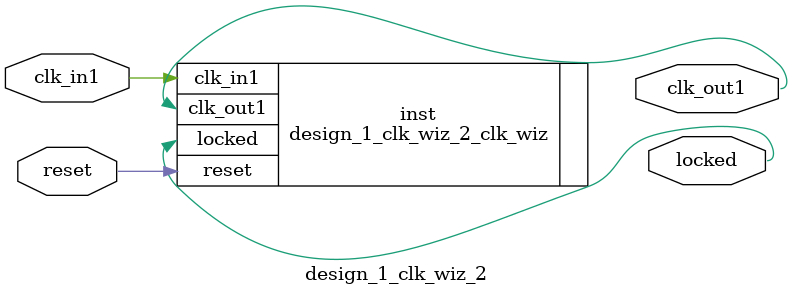
<source format=v>


`timescale 1ps/1ps

(* CORE_GENERATION_INFO = "design_1_clk_wiz_2,clk_wiz_v6_0_3_0_0,{component_name=design_1_clk_wiz_2,use_phase_alignment=true,use_min_o_jitter=false,use_max_i_jitter=false,use_dyn_phase_shift=false,use_inclk_switchover=false,use_dyn_reconfig=false,enable_axi=0,feedback_source=FDBK_AUTO,PRIMITIVE=MMCM,num_out_clk=1,clkin1_period=10.000,clkin2_period=10.000,use_power_down=false,use_reset=true,use_locked=true,use_inclk_stopped=false,feedback_type=SINGLE,CLOCK_MGR_TYPE=NA,manual_override=false}" *)

module design_1_clk_wiz_2 
 (
  // Clock out ports
  output        clk_out1,
  // Status and control signals
  input         reset,
  output        locked,
 // Clock in ports
  input         clk_in1
 );

  design_1_clk_wiz_2_clk_wiz inst
  (
  // Clock out ports  
  .clk_out1(clk_out1),
  // Status and control signals               
  .reset(reset), 
  .locked(locked),
 // Clock in ports
  .clk_in1(clk_in1)
  );

endmodule

</source>
